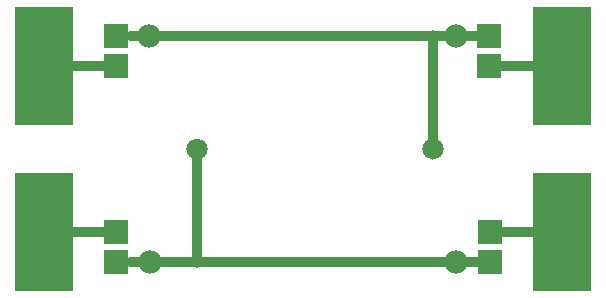
<source format=gtl>
G04 MADE WITH FRITZING*
G04 WWW.FRITZING.ORG*
G04 DOUBLE SIDED*
G04 HOLES PLATED*
G04 CONTOUR ON CENTER OF CONTOUR VECTOR*
%ASAXBY*%
%FSLAX23Y23*%
%MOIN*%
%OFA0B0*%
%SFA1.0B1.0*%
%ADD10C,0.071181*%
%ADD11C,0.039370*%
%ADD12C,0.078000*%
%ADD13R,0.196850X0.393701*%
%ADD14R,0.078740X0.078740*%
%ADD15C,0.032000*%
%LNCOPPER1*%
G90*
G70*
G54D10*
X632Y550D03*
X1419Y550D03*
X632Y550D03*
X1419Y550D03*
G54D11*
X1419Y928D03*
X632Y175D03*
G54D12*
X472Y928D03*
X473Y175D03*
X1495Y928D03*
X1495Y175D03*
G54D13*
X1848Y275D03*
X1848Y827D03*
X121Y828D03*
X121Y275D03*
G54D14*
X1606Y928D03*
X1606Y828D03*
X1607Y175D03*
X1607Y275D03*
X362Y275D03*
X362Y175D03*
X362Y828D03*
X362Y928D03*
G54D15*
X319Y828D02*
X214Y828D01*
D02*
X320Y275D02*
X214Y275D01*
D02*
X1756Y827D02*
X1649Y828D01*
D02*
X1756Y275D02*
X1649Y275D01*
D02*
X436Y928D02*
X410Y928D01*
D02*
X1400Y928D02*
X502Y928D01*
D02*
X1438Y928D02*
X1465Y928D01*
D02*
X1525Y928D02*
X1563Y928D01*
D02*
X437Y175D02*
X410Y175D01*
D02*
X613Y175D02*
X503Y175D01*
D02*
X651Y175D02*
X1465Y175D01*
D02*
X1525Y175D02*
X1564Y175D01*
D02*
X632Y194D02*
X632Y513D01*
D02*
X1419Y909D02*
X1419Y587D01*
G04 End of Copper1*
M02*
</source>
